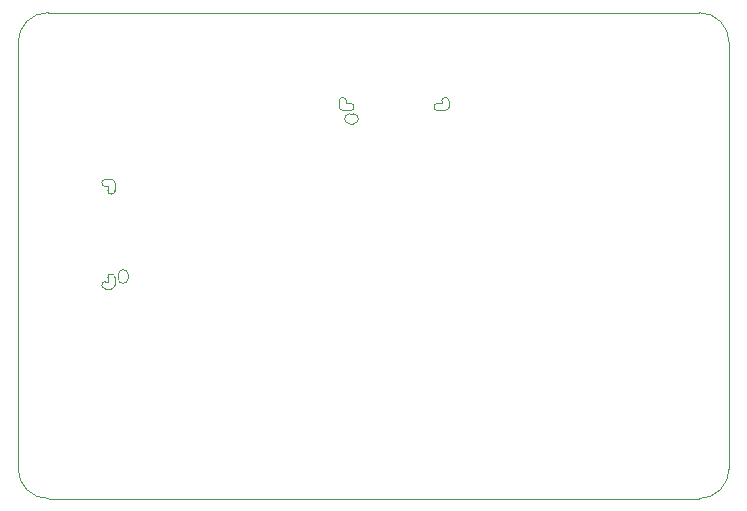
<source format=gm1>
G04 #@! TF.GenerationSoftware,KiCad,Pcbnew,(5.1.6-0-10_14)*
G04 #@! TF.CreationDate,2021-09-10T12:16:29-05:00*
G04 #@! TF.ProjectId,DFC_REV_D,4446435f-5245-4565-9f44-2e6b69636164,rev?*
G04 #@! TF.SameCoordinates,Original*
G04 #@! TF.FileFunction,Profile,NP*
%FSLAX46Y46*%
G04 Gerber Fmt 4.6, Leading zero omitted, Abs format (unit mm)*
G04 Created by KiCad (PCBNEW (5.1.6-0-10_14)) date 2021-09-10 12:16:29*
%MOMM*%
%LPD*%
G01*
G04 APERTURE LIST*
G04 #@! TA.AperFunction,Profile*
%ADD10C,0.050000*%
G04 #@! TD*
G04 #@! TA.AperFunction,Profile*
%ADD11C,0.100000*%
G04 #@! TD*
G04 APERTURE END LIST*
D10*
X183261000Y-78613000D02*
X183261000Y-114681000D01*
X123062714Y-114681000D02*
G75*
G03*
X125641100Y-117221000I2540286J0D01*
G01*
X180721000Y-76073000D02*
X125603000Y-76073000D01*
X183261000Y-78613000D02*
G75*
G03*
X180721000Y-76073000I-2540000J0D01*
G01*
X180721000Y-117221000D02*
G75*
G03*
X183261000Y-114681000I0J2540000D01*
G01*
X180721000Y-117221000D02*
X125641100Y-117221000D01*
X123063000Y-114681000D02*
X123063000Y-78613000D01*
X125603000Y-76073000D02*
G75*
G03*
X123063000Y-78613000I0J-2540000D01*
G01*
D11*
X131528400Y-98275000D02*
X131528400Y-98575000D01*
X132378400Y-98275000D02*
X132378400Y-98575000D01*
X130453400Y-99455000D02*
X130953400Y-99455000D01*
X130653400Y-98855000D02*
X130453400Y-98855000D01*
X130653400Y-90795000D02*
X130453400Y-90795000D01*
X130653400Y-98855000D02*
X130653400Y-98505000D01*
X130653400Y-91145000D02*
X130653400Y-90795000D01*
X131253400Y-98505000D02*
X131253400Y-99155000D01*
X130453400Y-90195000D02*
X130953400Y-90195000D01*
X131253400Y-90495000D02*
X131253400Y-91145000D01*
X132378400Y-98275000D02*
G75*
G03*
X131528400Y-98275000I-425000J0D01*
G01*
X132378400Y-98575000D02*
G75*
G02*
X131528400Y-98575000I-425000J0D01*
G01*
X130453400Y-99455000D02*
G75*
G02*
X130453400Y-98855000I0J300000D01*
G01*
X131253400Y-99155000D02*
G75*
G02*
X130953400Y-99455000I-300000J0D01*
G01*
X130653400Y-98505000D02*
G75*
G02*
X131253400Y-98505000I300000J0D01*
G01*
X130953400Y-90195000D02*
G75*
G02*
X131253400Y-90495000I0J-300000D01*
G01*
X130453400Y-90795000D02*
G75*
G02*
X130453400Y-90195000I0J300000D01*
G01*
X131253400Y-91145000D02*
G75*
G02*
X130653400Y-91145000I-300000J0D01*
G01*
X159221500Y-84365000D02*
X158571500Y-84365000D01*
X159521500Y-83565000D02*
X159521500Y-84065000D01*
X151211500Y-84365000D02*
X150561500Y-84365000D01*
X158571500Y-83765000D02*
X158921500Y-83765000D01*
X150861500Y-83765000D02*
X151211500Y-83765000D01*
X158921500Y-83765000D02*
X158921500Y-83565000D01*
X150861500Y-83765000D02*
X150861500Y-83565000D01*
X150261500Y-83565000D02*
X150261500Y-84065000D01*
X151441500Y-85490000D02*
X151141500Y-85490000D01*
X151441500Y-84640000D02*
X151141500Y-84640000D01*
X158571500Y-84365000D02*
G75*
G02*
X158571500Y-83765000I0J300000D01*
G01*
X158921500Y-83565000D02*
G75*
G02*
X159521500Y-83565000I300000J0D01*
G01*
X159521500Y-84065000D02*
G75*
G02*
X159221500Y-84365000I-300000J0D01*
G01*
X151211500Y-83765000D02*
G75*
G02*
X151211500Y-84365000I0J-300000D01*
G01*
X150561500Y-84365000D02*
G75*
G02*
X150261500Y-84065000I0J300000D01*
G01*
X150261500Y-83565000D02*
G75*
G02*
X150861500Y-83565000I300000J0D01*
G01*
X151141500Y-85490000D02*
G75*
G02*
X151141500Y-84640000I0J425000D01*
G01*
X151441500Y-85490000D02*
G75*
G03*
X151441500Y-84640000I0J425000D01*
G01*
M02*

</source>
